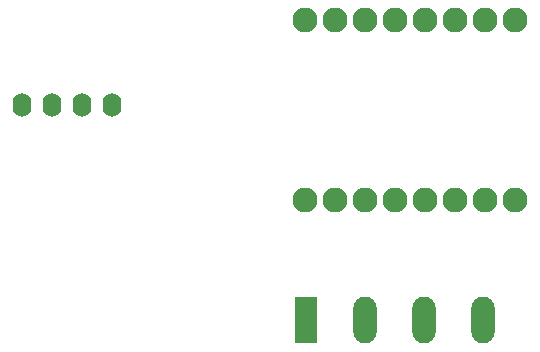
<source format=gbr>
%TF.GenerationSoftware,KiCad,Pcbnew,7.0.8*%
%TF.CreationDate,2025-03-09T22:18:45+01:00*%
%TF.ProjectId,Schematics,53636865-6d61-4746-9963-732e6b696361,rev?*%
%TF.SameCoordinates,Original*%
%TF.FileFunction,Soldermask,Bot*%
%TF.FilePolarity,Negative*%
%FSLAX46Y46*%
G04 Gerber Fmt 4.6, Leading zero omitted, Abs format (unit mm)*
G04 Created by KiCad (PCBNEW 7.0.8) date 2025-03-09 22:18:45*
%MOMM*%
%LPD*%
G01*
G04 APERTURE LIST*
%ADD10O,1.600000X2.000000*%
%ADD11C,2.109000*%
%ADD12R,1.980000X3.960000*%
%ADD13O,1.980000X3.960000*%
G04 APERTURE END LIST*
D10*
%TO.C,Display1*%
X136080000Y-96080000D03*
X133540000Y-96080000D03*
X138620000Y-96080000D03*
X141160000Y-96080000D03*
%TD*%
D11*
%TO.C,U1*%
X175260000Y-104140000D03*
X172720000Y-104140000D03*
X170180000Y-104140000D03*
X167640000Y-104140000D03*
X165100000Y-104140000D03*
X162560000Y-104140000D03*
X160020000Y-104140000D03*
X157480000Y-104140000D03*
X157480000Y-88900000D03*
X160020000Y-88900000D03*
X162560000Y-88900000D03*
X165100000Y-88900000D03*
X167640000Y-88900000D03*
X170180000Y-88900000D03*
X172720000Y-88900000D03*
X175260000Y-88900000D03*
%TD*%
D12*
%TO.C,Sensor1*%
X157560000Y-114300000D03*
D13*
X162560000Y-114300000D03*
X167560000Y-114300000D03*
X172560000Y-114300000D03*
%TD*%
M02*

</source>
